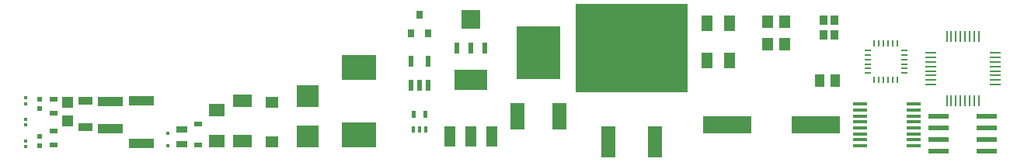
<source format=gtp>
G04*
G04 #@! TF.GenerationSoftware,Altium Limited,Altium Designer,19.0.14 (431)*
G04*
G04 Layer_Color=8421504*
%FSLAX44Y44*%
%MOMM*%
G71*
G01*
G75*
%ADD17R,0.6000X0.5001*%
%ADD18R,5.3340X1.9304*%
%ADD19R,12.2001X9.7500*%
%ADD20R,1.6000X3.5001*%
%ADD21R,1.1999X1.8001*%
%ADD22R,0.5799X1.1999*%
%ADD23R,2.0000X2.0000*%
%ADD24R,0.8001X0.8999*%
%ADD25R,0.5499X1.1999*%
%ADD26R,0.4001X0.7501*%
%ADD27R,1.2192X2.2352*%
%ADD28R,3.5999X2.1999*%
%ADD29R,2.1001X1.4001*%
%ADD30R,0.8999X0.6000*%
%ADD31R,1.3000X1.1999*%
%ADD32R,1.6000X0.8999*%
%ADD33R,2.8001X1.0000*%
%ADD34R,2.8001X1.0000*%
%ADD35R,0.3500X0.3500*%
%ADD36R,1.1999X0.8001*%
%ADD37R,0.8301X0.6299*%
%ADD38R,1.8001X1.4001*%
%ADD39R,1.4699X1.2700*%
%ADD40R,2.4001X2.4001*%
%ADD41R,3.8001X2.8001*%
%ADD42R,1.6000X3.0000*%
%ADD43R,4.8260X5.7150*%
%ADD44R,1.1430X0.2540*%
%ADD45R,0.2540X1.1430*%
%ADD46R,2.2098X0.6096*%
%ADD47R,0.8001X0.2499*%
%ADD48R,0.2499X0.8001*%
%ADD49R,1.6000X0.3500*%
%ADD50R,0.3000X0.3000*%
%ADD51R,1.0000X1.4001*%
%ADD52R,0.8999X1.0500*%
%ADD53R,1.1999X1.4001*%
G36*
X628259Y85781D02*
X624261D01*
Y93279D01*
X628259D01*
Y85781D01*
D02*
G37*
G36*
X615259D02*
X611261D01*
Y93279D01*
X615259D01*
Y85781D01*
D02*
G37*
G36*
X628142Y69596D02*
X624840D01*
Y76454D01*
X628142D01*
Y69596D01*
D02*
G37*
G36*
X621411D02*
X618109D01*
Y76454D01*
X621411D01*
Y69596D01*
D02*
G37*
G36*
X614680D02*
X611378D01*
Y76454D01*
X614680D01*
Y69596D01*
D02*
G37*
D17*
X205740Y55959D02*
D03*
Y65961D02*
D03*
Y96599D02*
D03*
Y106601D02*
D03*
D18*
X955040Y78740D02*
D03*
X1051560D02*
D03*
D19*
X850900Y162240D02*
D03*
D20*
X876300Y59489D02*
D03*
X825500D02*
D03*
D21*
X957133Y148910D02*
D03*
X933135Y188910D02*
D03*
Y148910D02*
D03*
X957133Y188910D02*
D03*
D22*
X660639Y162339D02*
D03*
X675640D02*
D03*
X690641D02*
D03*
D23*
X675640Y193340D02*
D03*
D24*
X619760Y198961D02*
D03*
X629260Y177960D02*
D03*
X610260D02*
D03*
D25*
Y121618D02*
D03*
X619760D02*
D03*
X629260D02*
D03*
Y147622D02*
D03*
X610260D02*
D03*
D26*
X613260Y73030D02*
D03*
X619760D02*
D03*
X626260D02*
D03*
Y89530D02*
D03*
X613260D02*
D03*
D27*
X652526Y65532D02*
D03*
X675640D02*
D03*
X698754D02*
D03*
D28*
X675640Y127510D02*
D03*
D29*
X426720Y104803D02*
D03*
Y60805D02*
D03*
D30*
X220980Y91051D02*
D03*
Y106053D02*
D03*
Y56253D02*
D03*
Y71255D02*
D03*
D31*
X236220Y82210D02*
D03*
Y103210D02*
D03*
D32*
X255778Y75669D02*
D03*
Y104671D02*
D03*
D33*
X282956Y104155D02*
D03*
Y74153D02*
D03*
D34*
X316230Y58280D02*
D03*
Y104280D02*
D03*
D35*
X345440Y55227D02*
D03*
Y68725D02*
D03*
D36*
X360680Y57531D02*
D03*
Y73533D02*
D03*
D37*
X378460Y79573D02*
D03*
Y56571D02*
D03*
D38*
X398780Y60470D02*
D03*
Y94470D02*
D03*
D39*
X458724Y103035D02*
D03*
Y60033D02*
D03*
D40*
X497840Y65631D02*
D03*
Y109629D02*
D03*
D41*
X553466Y67394D02*
D03*
Y141394D02*
D03*
D42*
X726501Y87869D02*
D03*
X772099D02*
D03*
D43*
X749300Y156850D02*
D03*
D44*
X1176579Y157201D02*
D03*
Y152199D02*
D03*
Y147201D02*
D03*
Y142199D02*
D03*
Y137201D02*
D03*
Y132199D02*
D03*
Y127201D02*
D03*
Y122199D02*
D03*
X1246581D02*
D03*
Y127201D02*
D03*
Y132199D02*
D03*
Y137201D02*
D03*
Y142199D02*
D03*
Y147201D02*
D03*
Y152199D02*
D03*
Y157201D02*
D03*
D45*
X1194079Y104699D02*
D03*
X1199081D02*
D03*
X1204079D02*
D03*
X1209081D02*
D03*
X1214079D02*
D03*
X1219081D02*
D03*
X1224079D02*
D03*
X1229081D02*
D03*
Y174701D02*
D03*
X1224079D02*
D03*
X1219081D02*
D03*
X1214079D02*
D03*
X1209081D02*
D03*
X1204079D02*
D03*
X1199081D02*
D03*
X1194079D02*
D03*
D46*
X1185418Y87630D02*
D03*
Y74930D02*
D03*
Y62230D02*
D03*
Y49530D02*
D03*
X1237742D02*
D03*
Y62230D02*
D03*
Y74930D02*
D03*
Y87630D02*
D03*
D47*
X1107760Y159819D02*
D03*
Y154821D02*
D03*
Y149819D02*
D03*
Y144821D02*
D03*
Y139819D02*
D03*
Y134821D02*
D03*
X1147760D02*
D03*
Y139819D02*
D03*
Y144821D02*
D03*
Y149819D02*
D03*
Y154821D02*
D03*
Y159819D02*
D03*
D48*
X1115261Y127320D02*
D03*
X1120259D02*
D03*
X1125261D02*
D03*
X1130259D02*
D03*
X1135261D02*
D03*
X1140259D02*
D03*
Y167320D02*
D03*
X1135261D02*
D03*
X1130259D02*
D03*
X1125261D02*
D03*
X1120259D02*
D03*
X1115261D02*
D03*
D49*
X1099261Y100990D02*
D03*
Y94490D02*
D03*
Y87991D02*
D03*
Y81491D02*
D03*
Y74991D02*
D03*
Y68491D02*
D03*
Y61991D02*
D03*
Y55489D02*
D03*
X1158260D02*
D03*
Y61991D02*
D03*
Y68491D02*
D03*
Y74991D02*
D03*
Y81491D02*
D03*
Y87991D02*
D03*
Y94490D02*
D03*
Y100990D02*
D03*
D50*
X190500Y78280D02*
D03*
Y84280D02*
D03*
Y54912D02*
D03*
Y60912D02*
D03*
Y101648D02*
D03*
Y107648D02*
D03*
D51*
X1055761Y127000D02*
D03*
X1072759D02*
D03*
D52*
X1071784Y176962D02*
D03*
X1059784Y192862D02*
D03*
Y176962D02*
D03*
X1071784Y192862D02*
D03*
D53*
X998880Y166817D02*
D03*
Y190815D02*
D03*
X1017880Y166817D02*
D03*
Y190815D02*
D03*
M02*

</source>
